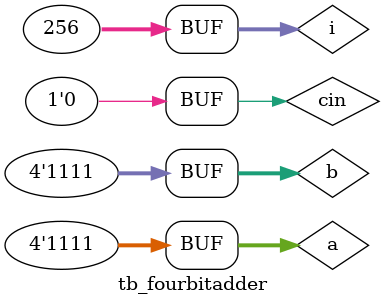
<source format=v>
`timescale 1ns / 1ps


module tb_fourbitadder;

	// Inputs
	reg [0:3] a;
	reg [0:3] b;
	reg cin;

	// Outputs
	wire [0:3] sum;
	wire carry;
	
	//vars
	integer i;

	// Instantiate the Unit Under Test (UUT)
	fourbitadder uut (
		.a(a), 
		.b(b), 
		.cin(cin), 
		.sum(sum), 
		.carry(carry)
	);

	initial begin
		// Initialize Inputs
		a = 0;
		b = 0;
		cin = 0;
	end
	
	initial
			$monitor("a(%b) + b(%b) = carry sum(%b  %b)",a,b,carry,sum);

		always @(a or b)
				begin
				for(i=0; i< 16*16; i=i+1)
					#1 {a,b} = i;
				end

	
endmodule


</source>
